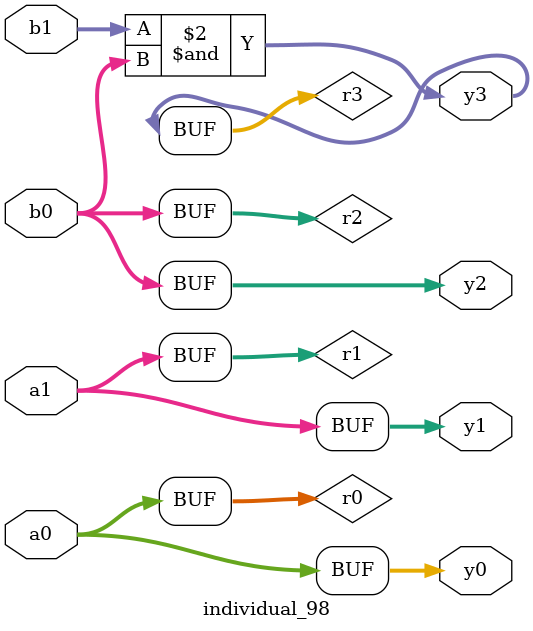
<source format=sv>
module individual_98(input logic [15:0] a1, input logic [15:0] a0, input logic [15:0] b1, input logic [15:0] b0, output logic [15:0] y3, output logic [15:0] y2, output logic [15:0] y1, output logic [15:0] y0);
logic [15:0] r0, r1, r2, r3; 
 always@(*) begin 
	 r0 = a0; r1 = a1; r2 = b0; r3 = b1; 
 	 r3  &=  r2 ;
 	 y3 = r3; y2 = r2; y1 = r1; y0 = r0; 
end
endmodule
</source>
